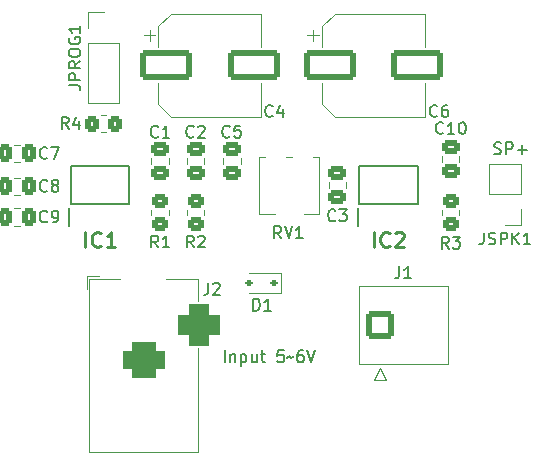
<source format=gbr>
%TF.GenerationSoftware,KiCad,Pcbnew,7.0.10*%
%TF.CreationDate,2024-03-02T17:10:40+01:00*%
%TF.ProjectId,explorer,6578706c-6f72-4657-922e-6b696361645f,rev?*%
%TF.SameCoordinates,Original*%
%TF.FileFunction,Legend,Top*%
%TF.FilePolarity,Positive*%
%FSLAX46Y46*%
G04 Gerber Fmt 4.6, Leading zero omitted, Abs format (unit mm)*
G04 Created by KiCad (PCBNEW 7.0.10) date 2024-03-02 17:10:40*
%MOMM*%
%LPD*%
G01*
G04 APERTURE LIST*
G04 Aperture macros list*
%AMRoundRect*
0 Rectangle with rounded corners*
0 $1 Rounding radius*
0 $2 $3 $4 $5 $6 $7 $8 $9 X,Y pos of 4 corners*
0 Add a 4 corners polygon primitive as box body*
4,1,4,$2,$3,$4,$5,$6,$7,$8,$9,$2,$3,0*
0 Add four circle primitives for the rounded corners*
1,1,$1+$1,$2,$3*
1,1,$1+$1,$4,$5*
1,1,$1+$1,$6,$7*
1,1,$1+$1,$8,$9*
0 Add four rect primitives between the rounded corners*
20,1,$1+$1,$2,$3,$4,$5,0*
20,1,$1+$1,$4,$5,$6,$7,0*
20,1,$1+$1,$6,$7,$8,$9,0*
20,1,$1+$1,$8,$9,$2,$3,0*%
G04 Aperture macros list end*
%ADD10C,0.150000*%
%ADD11C,0.254000*%
%ADD12C,0.120000*%
%ADD13C,0.200000*%
%ADD14C,3.200000*%
%ADD15RoundRect,0.250000X0.450000X-0.350000X0.450000X0.350000X-0.450000X0.350000X-0.450000X-0.350000X0*%
%ADD16RoundRect,0.250000X0.475000X-0.337500X0.475000X0.337500X-0.475000X0.337500X-0.475000X-0.337500X0*%
%ADD17R,3.500000X3.500000*%
%ADD18RoundRect,0.750000X1.000000X-0.750000X1.000000X0.750000X-1.000000X0.750000X-1.000000X-0.750000X0*%
%ADD19RoundRect,0.875000X0.875000X-0.875000X0.875000X0.875000X-0.875000X0.875000X-0.875000X-0.875000X0*%
%ADD20RoundRect,0.250000X-1.950000X-1.000000X1.950000X-1.000000X1.950000X1.000000X-1.950000X1.000000X0*%
%ADD21R,0.650000X1.525000*%
%ADD22R,1.300000X2.000000*%
%ADD23R,2.000000X2.000000*%
%ADD24RoundRect,0.250000X-0.350000X-0.450000X0.350000X-0.450000X0.350000X0.450000X-0.350000X0.450000X0*%
%ADD25R,1.700000X1.700000*%
%ADD26O,1.700000X1.700000*%
%ADD27RoundRect,0.250001X-0.949999X-0.949999X0.949999X-0.949999X0.949999X0.949999X-0.949999X0.949999X0*%
%ADD28C,2.400000*%
%ADD29RoundRect,0.250000X0.337500X0.475000X-0.337500X0.475000X-0.337500X-0.475000X0.337500X-0.475000X0*%
%ADD30RoundRect,0.250000X-0.450000X0.350000X-0.450000X-0.350000X0.450000X-0.350000X0.450000X0.350000X0*%
%ADD31RoundRect,0.112500X0.187500X0.112500X-0.187500X0.112500X-0.187500X-0.112500X0.187500X-0.112500X0*%
G04 APERTURE END LIST*
D10*
X69746779Y46433180D02*
X69746779Y47433180D01*
X70222969Y47099847D02*
X70222969Y46433180D01*
X70222969Y47004609D02*
X70270588Y47052228D01*
X70270588Y47052228D02*
X70365826Y47099847D01*
X70365826Y47099847D02*
X70508683Y47099847D01*
X70508683Y47099847D02*
X70603921Y47052228D01*
X70603921Y47052228D02*
X70651540Y46956990D01*
X70651540Y46956990D02*
X70651540Y46433180D01*
X71127731Y47099847D02*
X71127731Y46099847D01*
X71127731Y47052228D02*
X71222969Y47099847D01*
X71222969Y47099847D02*
X71413445Y47099847D01*
X71413445Y47099847D02*
X71508683Y47052228D01*
X71508683Y47052228D02*
X71556302Y47004609D01*
X71556302Y47004609D02*
X71603921Y46909371D01*
X71603921Y46909371D02*
X71603921Y46623657D01*
X71603921Y46623657D02*
X71556302Y46528419D01*
X71556302Y46528419D02*
X71508683Y46480800D01*
X71508683Y46480800D02*
X71413445Y46433180D01*
X71413445Y46433180D02*
X71222969Y46433180D01*
X71222969Y46433180D02*
X71127731Y46480800D01*
X72461064Y47099847D02*
X72461064Y46433180D01*
X72032493Y47099847D02*
X72032493Y46576038D01*
X72032493Y46576038D02*
X72080112Y46480800D01*
X72080112Y46480800D02*
X72175350Y46433180D01*
X72175350Y46433180D02*
X72318207Y46433180D01*
X72318207Y46433180D02*
X72413445Y46480800D01*
X72413445Y46480800D02*
X72461064Y46528419D01*
X72794398Y47099847D02*
X73175350Y47099847D01*
X72937255Y47433180D02*
X72937255Y46576038D01*
X72937255Y46576038D02*
X72984874Y46480800D01*
X72984874Y46480800D02*
X73080112Y46433180D01*
X73080112Y46433180D02*
X73175350Y46433180D01*
X74746779Y47433180D02*
X74270589Y47433180D01*
X74270589Y47433180D02*
X74222970Y46956990D01*
X74222970Y46956990D02*
X74270589Y47004609D01*
X74270589Y47004609D02*
X74365827Y47052228D01*
X74365827Y47052228D02*
X74603922Y47052228D01*
X74603922Y47052228D02*
X74699160Y47004609D01*
X74699160Y47004609D02*
X74746779Y46956990D01*
X74746779Y46956990D02*
X74794398Y46861752D01*
X74794398Y46861752D02*
X74794398Y46623657D01*
X74794398Y46623657D02*
X74746779Y46528419D01*
X74746779Y46528419D02*
X74699160Y46480800D01*
X74699160Y46480800D02*
X74603922Y46433180D01*
X74603922Y46433180D02*
X74365827Y46433180D01*
X74365827Y46433180D02*
X74270589Y46480800D01*
X74270589Y46480800D02*
X74222970Y46528419D01*
X75080113Y46814133D02*
X75127732Y46861752D01*
X75127732Y46861752D02*
X75222970Y46909371D01*
X75222970Y46909371D02*
X75413446Y46814133D01*
X75413446Y46814133D02*
X75508684Y46861752D01*
X75508684Y46861752D02*
X75556303Y46909371D01*
X76365827Y47433180D02*
X76175351Y47433180D01*
X76175351Y47433180D02*
X76080113Y47385561D01*
X76080113Y47385561D02*
X76032494Y47337942D01*
X76032494Y47337942D02*
X75937256Y47195085D01*
X75937256Y47195085D02*
X75889637Y47004609D01*
X75889637Y47004609D02*
X75889637Y46623657D01*
X75889637Y46623657D02*
X75937256Y46528419D01*
X75937256Y46528419D02*
X75984875Y46480800D01*
X75984875Y46480800D02*
X76080113Y46433180D01*
X76080113Y46433180D02*
X76270589Y46433180D01*
X76270589Y46433180D02*
X76365827Y46480800D01*
X76365827Y46480800D02*
X76413446Y46528419D01*
X76413446Y46528419D02*
X76461065Y46623657D01*
X76461065Y46623657D02*
X76461065Y46861752D01*
X76461065Y46861752D02*
X76413446Y46956990D01*
X76413446Y46956990D02*
X76365827Y47004609D01*
X76365827Y47004609D02*
X76270589Y47052228D01*
X76270589Y47052228D02*
X76080113Y47052228D01*
X76080113Y47052228D02*
X75984875Y47004609D01*
X75984875Y47004609D02*
X75937256Y46956990D01*
X75937256Y46956990D02*
X75889637Y46861752D01*
X76746780Y47433180D02*
X77080113Y46433180D01*
X77080113Y46433180D02*
X77413446Y47433180D01*
X92589160Y64077800D02*
X92732017Y64030180D01*
X92732017Y64030180D02*
X92970112Y64030180D01*
X92970112Y64030180D02*
X93065350Y64077800D01*
X93065350Y64077800D02*
X93112969Y64125419D01*
X93112969Y64125419D02*
X93160588Y64220657D01*
X93160588Y64220657D02*
X93160588Y64315895D01*
X93160588Y64315895D02*
X93112969Y64411133D01*
X93112969Y64411133D02*
X93065350Y64458752D01*
X93065350Y64458752D02*
X92970112Y64506371D01*
X92970112Y64506371D02*
X92779636Y64553990D01*
X92779636Y64553990D02*
X92684398Y64601609D01*
X92684398Y64601609D02*
X92636779Y64649228D01*
X92636779Y64649228D02*
X92589160Y64744466D01*
X92589160Y64744466D02*
X92589160Y64839704D01*
X92589160Y64839704D02*
X92636779Y64934942D01*
X92636779Y64934942D02*
X92684398Y64982561D01*
X92684398Y64982561D02*
X92779636Y65030180D01*
X92779636Y65030180D02*
X93017731Y65030180D01*
X93017731Y65030180D02*
X93160588Y64982561D01*
X93589160Y64030180D02*
X93589160Y65030180D01*
X93589160Y65030180D02*
X93970112Y65030180D01*
X93970112Y65030180D02*
X94065350Y64982561D01*
X94065350Y64982561D02*
X94112969Y64934942D01*
X94112969Y64934942D02*
X94160588Y64839704D01*
X94160588Y64839704D02*
X94160588Y64696847D01*
X94160588Y64696847D02*
X94112969Y64601609D01*
X94112969Y64601609D02*
X94065350Y64553990D01*
X94065350Y64553990D02*
X93970112Y64506371D01*
X93970112Y64506371D02*
X93589160Y64506371D01*
X94589160Y64411133D02*
X95351065Y64411133D01*
X94970112Y64030180D02*
X94970112Y64792085D01*
X67133333Y56145180D02*
X66800000Y56621371D01*
X66561905Y56145180D02*
X66561905Y57145180D01*
X66561905Y57145180D02*
X66942857Y57145180D01*
X66942857Y57145180D02*
X67038095Y57097561D01*
X67038095Y57097561D02*
X67085714Y57049942D01*
X67085714Y57049942D02*
X67133333Y56954704D01*
X67133333Y56954704D02*
X67133333Y56811847D01*
X67133333Y56811847D02*
X67085714Y56716609D01*
X67085714Y56716609D02*
X67038095Y56668990D01*
X67038095Y56668990D02*
X66942857Y56621371D01*
X66942857Y56621371D02*
X66561905Y56621371D01*
X67514286Y57049942D02*
X67561905Y57097561D01*
X67561905Y57097561D02*
X67657143Y57145180D01*
X67657143Y57145180D02*
X67895238Y57145180D01*
X67895238Y57145180D02*
X67990476Y57097561D01*
X67990476Y57097561D02*
X68038095Y57049942D01*
X68038095Y57049942D02*
X68085714Y56954704D01*
X68085714Y56954704D02*
X68085714Y56859466D01*
X68085714Y56859466D02*
X68038095Y56716609D01*
X68038095Y56716609D02*
X67466667Y56145180D01*
X67466667Y56145180D02*
X68085714Y56145180D01*
X67133333Y65540419D02*
X67085714Y65492800D01*
X67085714Y65492800D02*
X66942857Y65445180D01*
X66942857Y65445180D02*
X66847619Y65445180D01*
X66847619Y65445180D02*
X66704762Y65492800D01*
X66704762Y65492800D02*
X66609524Y65588038D01*
X66609524Y65588038D02*
X66561905Y65683276D01*
X66561905Y65683276D02*
X66514286Y65873752D01*
X66514286Y65873752D02*
X66514286Y66016609D01*
X66514286Y66016609D02*
X66561905Y66207085D01*
X66561905Y66207085D02*
X66609524Y66302323D01*
X66609524Y66302323D02*
X66704762Y66397561D01*
X66704762Y66397561D02*
X66847619Y66445180D01*
X66847619Y66445180D02*
X66942857Y66445180D01*
X66942857Y66445180D02*
X67085714Y66397561D01*
X67085714Y66397561D02*
X67133333Y66349942D01*
X67514286Y66349942D02*
X67561905Y66397561D01*
X67561905Y66397561D02*
X67657143Y66445180D01*
X67657143Y66445180D02*
X67895238Y66445180D01*
X67895238Y66445180D02*
X67990476Y66397561D01*
X67990476Y66397561D02*
X68038095Y66349942D01*
X68038095Y66349942D02*
X68085714Y66254704D01*
X68085714Y66254704D02*
X68085714Y66159466D01*
X68085714Y66159466D02*
X68038095Y66016609D01*
X68038095Y66016609D02*
X67466667Y65445180D01*
X67466667Y65445180D02*
X68085714Y65445180D01*
X88257142Y65840419D02*
X88209523Y65792800D01*
X88209523Y65792800D02*
X88066666Y65745180D01*
X88066666Y65745180D02*
X87971428Y65745180D01*
X87971428Y65745180D02*
X87828571Y65792800D01*
X87828571Y65792800D02*
X87733333Y65888038D01*
X87733333Y65888038D02*
X87685714Y65983276D01*
X87685714Y65983276D02*
X87638095Y66173752D01*
X87638095Y66173752D02*
X87638095Y66316609D01*
X87638095Y66316609D02*
X87685714Y66507085D01*
X87685714Y66507085D02*
X87733333Y66602323D01*
X87733333Y66602323D02*
X87828571Y66697561D01*
X87828571Y66697561D02*
X87971428Y66745180D01*
X87971428Y66745180D02*
X88066666Y66745180D01*
X88066666Y66745180D02*
X88209523Y66697561D01*
X88209523Y66697561D02*
X88257142Y66649942D01*
X89209523Y65745180D02*
X88638095Y65745180D01*
X88923809Y65745180D02*
X88923809Y66745180D01*
X88923809Y66745180D02*
X88828571Y66602323D01*
X88828571Y66602323D02*
X88733333Y66507085D01*
X88733333Y66507085D02*
X88638095Y66459466D01*
X89828571Y66745180D02*
X89923809Y66745180D01*
X89923809Y66745180D02*
X90019047Y66697561D01*
X90019047Y66697561D02*
X90066666Y66649942D01*
X90066666Y66649942D02*
X90114285Y66554704D01*
X90114285Y66554704D02*
X90161904Y66364228D01*
X90161904Y66364228D02*
X90161904Y66126133D01*
X90161904Y66126133D02*
X90114285Y65935657D01*
X90114285Y65935657D02*
X90066666Y65840419D01*
X90066666Y65840419D02*
X90019047Y65792800D01*
X90019047Y65792800D02*
X89923809Y65745180D01*
X89923809Y65745180D02*
X89828571Y65745180D01*
X89828571Y65745180D02*
X89733333Y65792800D01*
X89733333Y65792800D02*
X89685714Y65840419D01*
X89685714Y65840419D02*
X89638095Y65935657D01*
X89638095Y65935657D02*
X89590476Y66126133D01*
X89590476Y66126133D02*
X89590476Y66364228D01*
X89590476Y66364228D02*
X89638095Y66554704D01*
X89638095Y66554704D02*
X89685714Y66649942D01*
X89685714Y66649942D02*
X89733333Y66697561D01*
X89733333Y66697561D02*
X89828571Y66745180D01*
X68366666Y53145180D02*
X68366666Y52430895D01*
X68366666Y52430895D02*
X68319047Y52288038D01*
X68319047Y52288038D02*
X68223809Y52192800D01*
X68223809Y52192800D02*
X68080952Y52145180D01*
X68080952Y52145180D02*
X67985714Y52145180D01*
X68795238Y53049942D02*
X68842857Y53097561D01*
X68842857Y53097561D02*
X68938095Y53145180D01*
X68938095Y53145180D02*
X69176190Y53145180D01*
X69176190Y53145180D02*
X69271428Y53097561D01*
X69271428Y53097561D02*
X69319047Y53049942D01*
X69319047Y53049942D02*
X69366666Y52954704D01*
X69366666Y52954704D02*
X69366666Y52859466D01*
X69366666Y52859466D02*
X69319047Y52716609D01*
X69319047Y52716609D02*
X68747619Y52145180D01*
X68747619Y52145180D02*
X69366666Y52145180D01*
X87747333Y67279419D02*
X87699714Y67231800D01*
X87699714Y67231800D02*
X87556857Y67184180D01*
X87556857Y67184180D02*
X87461619Y67184180D01*
X87461619Y67184180D02*
X87318762Y67231800D01*
X87318762Y67231800D02*
X87223524Y67327038D01*
X87223524Y67327038D02*
X87175905Y67422276D01*
X87175905Y67422276D02*
X87128286Y67612752D01*
X87128286Y67612752D02*
X87128286Y67755609D01*
X87128286Y67755609D02*
X87175905Y67946085D01*
X87175905Y67946085D02*
X87223524Y68041323D01*
X87223524Y68041323D02*
X87318762Y68136561D01*
X87318762Y68136561D02*
X87461619Y68184180D01*
X87461619Y68184180D02*
X87556857Y68184180D01*
X87556857Y68184180D02*
X87699714Y68136561D01*
X87699714Y68136561D02*
X87747333Y68088942D01*
X88604476Y68184180D02*
X88414000Y68184180D01*
X88414000Y68184180D02*
X88318762Y68136561D01*
X88318762Y68136561D02*
X88271143Y68088942D01*
X88271143Y68088942D02*
X88175905Y67946085D01*
X88175905Y67946085D02*
X88128286Y67755609D01*
X88128286Y67755609D02*
X88128286Y67374657D01*
X88128286Y67374657D02*
X88175905Y67279419D01*
X88175905Y67279419D02*
X88223524Y67231800D01*
X88223524Y67231800D02*
X88318762Y67184180D01*
X88318762Y67184180D02*
X88509238Y67184180D01*
X88509238Y67184180D02*
X88604476Y67231800D01*
X88604476Y67231800D02*
X88652095Y67279419D01*
X88652095Y67279419D02*
X88699714Y67374657D01*
X88699714Y67374657D02*
X88699714Y67612752D01*
X88699714Y67612752D02*
X88652095Y67707990D01*
X88652095Y67707990D02*
X88604476Y67755609D01*
X88604476Y67755609D02*
X88509238Y67803228D01*
X88509238Y67803228D02*
X88318762Y67803228D01*
X88318762Y67803228D02*
X88223524Y67755609D01*
X88223524Y67755609D02*
X88175905Y67707990D01*
X88175905Y67707990D02*
X88128286Y67612752D01*
X64133333Y56145180D02*
X63800000Y56621371D01*
X63561905Y56145180D02*
X63561905Y57145180D01*
X63561905Y57145180D02*
X63942857Y57145180D01*
X63942857Y57145180D02*
X64038095Y57097561D01*
X64038095Y57097561D02*
X64085714Y57049942D01*
X64085714Y57049942D02*
X64133333Y56954704D01*
X64133333Y56954704D02*
X64133333Y56811847D01*
X64133333Y56811847D02*
X64085714Y56716609D01*
X64085714Y56716609D02*
X64038095Y56668990D01*
X64038095Y56668990D02*
X63942857Y56621371D01*
X63942857Y56621371D02*
X63561905Y56621371D01*
X65085714Y56145180D02*
X64514286Y56145180D01*
X64800000Y56145180D02*
X64800000Y57145180D01*
X64800000Y57145180D02*
X64704762Y57002323D01*
X64704762Y57002323D02*
X64609524Y56907085D01*
X64609524Y56907085D02*
X64514286Y56859466D01*
D11*
X82389237Y56175681D02*
X82389237Y57445681D01*
X83719714Y56296634D02*
X83659238Y56236158D01*
X83659238Y56236158D02*
X83477809Y56175681D01*
X83477809Y56175681D02*
X83356857Y56175681D01*
X83356857Y56175681D02*
X83175428Y56236158D01*
X83175428Y56236158D02*
X83054476Y56357110D01*
X83054476Y56357110D02*
X82993999Y56478062D01*
X82993999Y56478062D02*
X82933523Y56719967D01*
X82933523Y56719967D02*
X82933523Y56901396D01*
X82933523Y56901396D02*
X82993999Y57143300D01*
X82993999Y57143300D02*
X83054476Y57264253D01*
X83054476Y57264253D02*
X83175428Y57385205D01*
X83175428Y57385205D02*
X83356857Y57445681D01*
X83356857Y57445681D02*
X83477809Y57445681D01*
X83477809Y57445681D02*
X83659238Y57385205D01*
X83659238Y57385205D02*
X83719714Y57324729D01*
X84203523Y57324729D02*
X84263999Y57385205D01*
X84263999Y57385205D02*
X84384952Y57445681D01*
X84384952Y57445681D02*
X84687333Y57445681D01*
X84687333Y57445681D02*
X84808285Y57385205D01*
X84808285Y57385205D02*
X84868761Y57324729D01*
X84868761Y57324729D02*
X84929238Y57203777D01*
X84929238Y57203777D02*
X84929238Y57082824D01*
X84929238Y57082824D02*
X84868761Y56901396D01*
X84868761Y56901396D02*
X84143047Y56175681D01*
X84143047Y56175681D02*
X84929238Y56175681D01*
D10*
X73815333Y67279419D02*
X73767714Y67231800D01*
X73767714Y67231800D02*
X73624857Y67184180D01*
X73624857Y67184180D02*
X73529619Y67184180D01*
X73529619Y67184180D02*
X73386762Y67231800D01*
X73386762Y67231800D02*
X73291524Y67327038D01*
X73291524Y67327038D02*
X73243905Y67422276D01*
X73243905Y67422276D02*
X73196286Y67612752D01*
X73196286Y67612752D02*
X73196286Y67755609D01*
X73196286Y67755609D02*
X73243905Y67946085D01*
X73243905Y67946085D02*
X73291524Y68041323D01*
X73291524Y68041323D02*
X73386762Y68136561D01*
X73386762Y68136561D02*
X73529619Y68184180D01*
X73529619Y68184180D02*
X73624857Y68184180D01*
X73624857Y68184180D02*
X73767714Y68136561D01*
X73767714Y68136561D02*
X73815333Y68088942D01*
X74672476Y67850847D02*
X74672476Y67184180D01*
X74434381Y68231800D02*
X74196286Y67517514D01*
X74196286Y67517514D02*
X74815333Y67517514D01*
D11*
X57955237Y56175681D02*
X57955237Y57445681D01*
X59285714Y56296634D02*
X59225238Y56236158D01*
X59225238Y56236158D02*
X59043809Y56175681D01*
X59043809Y56175681D02*
X58922857Y56175681D01*
X58922857Y56175681D02*
X58741428Y56236158D01*
X58741428Y56236158D02*
X58620476Y56357110D01*
X58620476Y56357110D02*
X58559999Y56478062D01*
X58559999Y56478062D02*
X58499523Y56719967D01*
X58499523Y56719967D02*
X58499523Y56901396D01*
X58499523Y56901396D02*
X58559999Y57143300D01*
X58559999Y57143300D02*
X58620476Y57264253D01*
X58620476Y57264253D02*
X58741428Y57385205D01*
X58741428Y57385205D02*
X58922857Y57445681D01*
X58922857Y57445681D02*
X59043809Y57445681D01*
X59043809Y57445681D02*
X59225238Y57385205D01*
X59225238Y57385205D02*
X59285714Y57324729D01*
X60495238Y56175681D02*
X59769523Y56175681D01*
X60132380Y56175681D02*
X60132380Y57445681D01*
X60132380Y57445681D02*
X60011428Y57264253D01*
X60011428Y57264253D02*
X59890476Y57143300D01*
X59890476Y57143300D02*
X59769523Y57082824D01*
D10*
X74550761Y56920180D02*
X74217428Y57396371D01*
X73979333Y56920180D02*
X73979333Y57920180D01*
X73979333Y57920180D02*
X74360285Y57920180D01*
X74360285Y57920180D02*
X74455523Y57872561D01*
X74455523Y57872561D02*
X74503142Y57824942D01*
X74503142Y57824942D02*
X74550761Y57729704D01*
X74550761Y57729704D02*
X74550761Y57586847D01*
X74550761Y57586847D02*
X74503142Y57491609D01*
X74503142Y57491609D02*
X74455523Y57443990D01*
X74455523Y57443990D02*
X74360285Y57396371D01*
X74360285Y57396371D02*
X73979333Y57396371D01*
X74836476Y57920180D02*
X75169809Y56920180D01*
X75169809Y56920180D02*
X75503142Y57920180D01*
X76360285Y56920180D02*
X75788857Y56920180D01*
X76074571Y56920180D02*
X76074571Y57920180D01*
X76074571Y57920180D02*
X75979333Y57777323D01*
X75979333Y57777323D02*
X75884095Y57682085D01*
X75884095Y57682085D02*
X75788857Y57634466D01*
X56543333Y66168180D02*
X56210000Y66644371D01*
X55971905Y66168180D02*
X55971905Y67168180D01*
X55971905Y67168180D02*
X56352857Y67168180D01*
X56352857Y67168180D02*
X56448095Y67120561D01*
X56448095Y67120561D02*
X56495714Y67072942D01*
X56495714Y67072942D02*
X56543333Y66977704D01*
X56543333Y66977704D02*
X56543333Y66834847D01*
X56543333Y66834847D02*
X56495714Y66739609D01*
X56495714Y66739609D02*
X56448095Y66691990D01*
X56448095Y66691990D02*
X56352857Y66644371D01*
X56352857Y66644371D02*
X55971905Y66644371D01*
X57400476Y66834847D02*
X57400476Y66168180D01*
X57162381Y67215800D02*
X56924286Y66501514D01*
X56924286Y66501514D02*
X57543333Y66501514D01*
X91690476Y57395180D02*
X91690476Y56680895D01*
X91690476Y56680895D02*
X91642857Y56538038D01*
X91642857Y56538038D02*
X91547619Y56442800D01*
X91547619Y56442800D02*
X91404762Y56395180D01*
X91404762Y56395180D02*
X91309524Y56395180D01*
X92119048Y56442800D02*
X92261905Y56395180D01*
X92261905Y56395180D02*
X92500000Y56395180D01*
X92500000Y56395180D02*
X92595238Y56442800D01*
X92595238Y56442800D02*
X92642857Y56490419D01*
X92642857Y56490419D02*
X92690476Y56585657D01*
X92690476Y56585657D02*
X92690476Y56680895D01*
X92690476Y56680895D02*
X92642857Y56776133D01*
X92642857Y56776133D02*
X92595238Y56823752D01*
X92595238Y56823752D02*
X92500000Y56871371D01*
X92500000Y56871371D02*
X92309524Y56918990D01*
X92309524Y56918990D02*
X92214286Y56966609D01*
X92214286Y56966609D02*
X92166667Y57014228D01*
X92166667Y57014228D02*
X92119048Y57109466D01*
X92119048Y57109466D02*
X92119048Y57204704D01*
X92119048Y57204704D02*
X92166667Y57299942D01*
X92166667Y57299942D02*
X92214286Y57347561D01*
X92214286Y57347561D02*
X92309524Y57395180D01*
X92309524Y57395180D02*
X92547619Y57395180D01*
X92547619Y57395180D02*
X92690476Y57347561D01*
X93119048Y56395180D02*
X93119048Y57395180D01*
X93119048Y57395180D02*
X93500000Y57395180D01*
X93500000Y57395180D02*
X93595238Y57347561D01*
X93595238Y57347561D02*
X93642857Y57299942D01*
X93642857Y57299942D02*
X93690476Y57204704D01*
X93690476Y57204704D02*
X93690476Y57061847D01*
X93690476Y57061847D02*
X93642857Y56966609D01*
X93642857Y56966609D02*
X93595238Y56918990D01*
X93595238Y56918990D02*
X93500000Y56871371D01*
X93500000Y56871371D02*
X93119048Y56871371D01*
X94119048Y56395180D02*
X94119048Y57395180D01*
X94690476Y56395180D02*
X94261905Y56966609D01*
X94690476Y57395180D02*
X94119048Y56823752D01*
X95642857Y56395180D02*
X95071429Y56395180D01*
X95357143Y56395180D02*
X95357143Y57395180D01*
X95357143Y57395180D02*
X95261905Y57252323D01*
X95261905Y57252323D02*
X95166667Y57157085D01*
X95166667Y57157085D02*
X95071429Y57109466D01*
X84546666Y54545180D02*
X84546666Y53830895D01*
X84546666Y53830895D02*
X84499047Y53688038D01*
X84499047Y53688038D02*
X84403809Y53592800D01*
X84403809Y53592800D02*
X84260952Y53545180D01*
X84260952Y53545180D02*
X84165714Y53545180D01*
X85546666Y53545180D02*
X84975238Y53545180D01*
X85260952Y53545180D02*
X85260952Y54545180D01*
X85260952Y54545180D02*
X85165714Y54402323D01*
X85165714Y54402323D02*
X85070476Y54307085D01*
X85070476Y54307085D02*
X84975238Y54259466D01*
X54733333Y60952419D02*
X54685714Y60904800D01*
X54685714Y60904800D02*
X54542857Y60857180D01*
X54542857Y60857180D02*
X54447619Y60857180D01*
X54447619Y60857180D02*
X54304762Y60904800D01*
X54304762Y60904800D02*
X54209524Y61000038D01*
X54209524Y61000038D02*
X54161905Y61095276D01*
X54161905Y61095276D02*
X54114286Y61285752D01*
X54114286Y61285752D02*
X54114286Y61428609D01*
X54114286Y61428609D02*
X54161905Y61619085D01*
X54161905Y61619085D02*
X54209524Y61714323D01*
X54209524Y61714323D02*
X54304762Y61809561D01*
X54304762Y61809561D02*
X54447619Y61857180D01*
X54447619Y61857180D02*
X54542857Y61857180D01*
X54542857Y61857180D02*
X54685714Y61809561D01*
X54685714Y61809561D02*
X54733333Y61761942D01*
X55304762Y61428609D02*
X55209524Y61476228D01*
X55209524Y61476228D02*
X55161905Y61523847D01*
X55161905Y61523847D02*
X55114286Y61619085D01*
X55114286Y61619085D02*
X55114286Y61666704D01*
X55114286Y61666704D02*
X55161905Y61761942D01*
X55161905Y61761942D02*
X55209524Y61809561D01*
X55209524Y61809561D02*
X55304762Y61857180D01*
X55304762Y61857180D02*
X55495238Y61857180D01*
X55495238Y61857180D02*
X55590476Y61809561D01*
X55590476Y61809561D02*
X55638095Y61761942D01*
X55638095Y61761942D02*
X55685714Y61666704D01*
X55685714Y61666704D02*
X55685714Y61619085D01*
X55685714Y61619085D02*
X55638095Y61523847D01*
X55638095Y61523847D02*
X55590476Y61476228D01*
X55590476Y61476228D02*
X55495238Y61428609D01*
X55495238Y61428609D02*
X55304762Y61428609D01*
X55304762Y61428609D02*
X55209524Y61380990D01*
X55209524Y61380990D02*
X55161905Y61333371D01*
X55161905Y61333371D02*
X55114286Y61238133D01*
X55114286Y61238133D02*
X55114286Y61047657D01*
X55114286Y61047657D02*
X55161905Y60952419D01*
X55161905Y60952419D02*
X55209524Y60904800D01*
X55209524Y60904800D02*
X55304762Y60857180D01*
X55304762Y60857180D02*
X55495238Y60857180D01*
X55495238Y60857180D02*
X55590476Y60904800D01*
X55590476Y60904800D02*
X55638095Y60952419D01*
X55638095Y60952419D02*
X55685714Y61047657D01*
X55685714Y61047657D02*
X55685714Y61238133D01*
X55685714Y61238133D02*
X55638095Y61333371D01*
X55638095Y61333371D02*
X55590476Y61380990D01*
X55590476Y61380990D02*
X55495238Y61428609D01*
X70183333Y65540419D02*
X70135714Y65492800D01*
X70135714Y65492800D02*
X69992857Y65445180D01*
X69992857Y65445180D02*
X69897619Y65445180D01*
X69897619Y65445180D02*
X69754762Y65492800D01*
X69754762Y65492800D02*
X69659524Y65588038D01*
X69659524Y65588038D02*
X69611905Y65683276D01*
X69611905Y65683276D02*
X69564286Y65873752D01*
X69564286Y65873752D02*
X69564286Y66016609D01*
X69564286Y66016609D02*
X69611905Y66207085D01*
X69611905Y66207085D02*
X69659524Y66302323D01*
X69659524Y66302323D02*
X69754762Y66397561D01*
X69754762Y66397561D02*
X69897619Y66445180D01*
X69897619Y66445180D02*
X69992857Y66445180D01*
X69992857Y66445180D02*
X70135714Y66397561D01*
X70135714Y66397561D02*
X70183333Y66349942D01*
X71088095Y66445180D02*
X70611905Y66445180D01*
X70611905Y66445180D02*
X70564286Y65968990D01*
X70564286Y65968990D02*
X70611905Y66016609D01*
X70611905Y66016609D02*
X70707143Y66064228D01*
X70707143Y66064228D02*
X70945238Y66064228D01*
X70945238Y66064228D02*
X71040476Y66016609D01*
X71040476Y66016609D02*
X71088095Y65968990D01*
X71088095Y65968990D02*
X71135714Y65873752D01*
X71135714Y65873752D02*
X71135714Y65635657D01*
X71135714Y65635657D02*
X71088095Y65540419D01*
X71088095Y65540419D02*
X71040476Y65492800D01*
X71040476Y65492800D02*
X70945238Y65445180D01*
X70945238Y65445180D02*
X70707143Y65445180D01*
X70707143Y65445180D02*
X70611905Y65492800D01*
X70611905Y65492800D02*
X70564286Y65540419D01*
X79133333Y58452919D02*
X79085714Y58405300D01*
X79085714Y58405300D02*
X78942857Y58357680D01*
X78942857Y58357680D02*
X78847619Y58357680D01*
X78847619Y58357680D02*
X78704762Y58405300D01*
X78704762Y58405300D02*
X78609524Y58500538D01*
X78609524Y58500538D02*
X78561905Y58595776D01*
X78561905Y58595776D02*
X78514286Y58786252D01*
X78514286Y58786252D02*
X78514286Y58929109D01*
X78514286Y58929109D02*
X78561905Y59119585D01*
X78561905Y59119585D02*
X78609524Y59214823D01*
X78609524Y59214823D02*
X78704762Y59310061D01*
X78704762Y59310061D02*
X78847619Y59357680D01*
X78847619Y59357680D02*
X78942857Y59357680D01*
X78942857Y59357680D02*
X79085714Y59310061D01*
X79085714Y59310061D02*
X79133333Y59262442D01*
X79466667Y59357680D02*
X80085714Y59357680D01*
X80085714Y59357680D02*
X79752381Y58976728D01*
X79752381Y58976728D02*
X79895238Y58976728D01*
X79895238Y58976728D02*
X79990476Y58929109D01*
X79990476Y58929109D02*
X80038095Y58881490D01*
X80038095Y58881490D02*
X80085714Y58786252D01*
X80085714Y58786252D02*
X80085714Y58548157D01*
X80085714Y58548157D02*
X80038095Y58452919D01*
X80038095Y58452919D02*
X79990476Y58405300D01*
X79990476Y58405300D02*
X79895238Y58357680D01*
X79895238Y58357680D02*
X79609524Y58357680D01*
X79609524Y58357680D02*
X79514286Y58405300D01*
X79514286Y58405300D02*
X79466667Y58452919D01*
X64133333Y65540419D02*
X64085714Y65492800D01*
X64085714Y65492800D02*
X63942857Y65445180D01*
X63942857Y65445180D02*
X63847619Y65445180D01*
X63847619Y65445180D02*
X63704762Y65492800D01*
X63704762Y65492800D02*
X63609524Y65588038D01*
X63609524Y65588038D02*
X63561905Y65683276D01*
X63561905Y65683276D02*
X63514286Y65873752D01*
X63514286Y65873752D02*
X63514286Y66016609D01*
X63514286Y66016609D02*
X63561905Y66207085D01*
X63561905Y66207085D02*
X63609524Y66302323D01*
X63609524Y66302323D02*
X63704762Y66397561D01*
X63704762Y66397561D02*
X63847619Y66445180D01*
X63847619Y66445180D02*
X63942857Y66445180D01*
X63942857Y66445180D02*
X64085714Y66397561D01*
X64085714Y66397561D02*
X64133333Y66349942D01*
X65085714Y65445180D02*
X64514286Y65445180D01*
X64800000Y65445180D02*
X64800000Y66445180D01*
X64800000Y66445180D02*
X64704762Y66302323D01*
X64704762Y66302323D02*
X64609524Y66207085D01*
X64609524Y66207085D02*
X64514286Y66159466D01*
X56545819Y69853857D02*
X57260104Y69853857D01*
X57260104Y69853857D02*
X57402961Y69806238D01*
X57402961Y69806238D02*
X57498200Y69711000D01*
X57498200Y69711000D02*
X57545819Y69568143D01*
X57545819Y69568143D02*
X57545819Y69472905D01*
X57545819Y70330048D02*
X56545819Y70330048D01*
X56545819Y70330048D02*
X56545819Y70711000D01*
X56545819Y70711000D02*
X56593438Y70806238D01*
X56593438Y70806238D02*
X56641057Y70853857D01*
X56641057Y70853857D02*
X56736295Y70901476D01*
X56736295Y70901476D02*
X56879152Y70901476D01*
X56879152Y70901476D02*
X56974390Y70853857D01*
X56974390Y70853857D02*
X57022009Y70806238D01*
X57022009Y70806238D02*
X57069628Y70711000D01*
X57069628Y70711000D02*
X57069628Y70330048D01*
X57545819Y71901476D02*
X57069628Y71568143D01*
X57545819Y71330048D02*
X56545819Y71330048D01*
X56545819Y71330048D02*
X56545819Y71711000D01*
X56545819Y71711000D02*
X56593438Y71806238D01*
X56593438Y71806238D02*
X56641057Y71853857D01*
X56641057Y71853857D02*
X56736295Y71901476D01*
X56736295Y71901476D02*
X56879152Y71901476D01*
X56879152Y71901476D02*
X56974390Y71853857D01*
X56974390Y71853857D02*
X57022009Y71806238D01*
X57022009Y71806238D02*
X57069628Y71711000D01*
X57069628Y71711000D02*
X57069628Y71330048D01*
X56545819Y72520524D02*
X56545819Y72711000D01*
X56545819Y72711000D02*
X56593438Y72806238D01*
X56593438Y72806238D02*
X56688676Y72901476D01*
X56688676Y72901476D02*
X56879152Y72949095D01*
X56879152Y72949095D02*
X57212485Y72949095D01*
X57212485Y72949095D02*
X57402961Y72901476D01*
X57402961Y72901476D02*
X57498200Y72806238D01*
X57498200Y72806238D02*
X57545819Y72711000D01*
X57545819Y72711000D02*
X57545819Y72520524D01*
X57545819Y72520524D02*
X57498200Y72425286D01*
X57498200Y72425286D02*
X57402961Y72330048D01*
X57402961Y72330048D02*
X57212485Y72282429D01*
X57212485Y72282429D02*
X56879152Y72282429D01*
X56879152Y72282429D02*
X56688676Y72330048D01*
X56688676Y72330048D02*
X56593438Y72425286D01*
X56593438Y72425286D02*
X56545819Y72520524D01*
X56593438Y73901476D02*
X56545819Y73806238D01*
X56545819Y73806238D02*
X56545819Y73663381D01*
X56545819Y73663381D02*
X56593438Y73520524D01*
X56593438Y73520524D02*
X56688676Y73425286D01*
X56688676Y73425286D02*
X56783914Y73377667D01*
X56783914Y73377667D02*
X56974390Y73330048D01*
X56974390Y73330048D02*
X57117247Y73330048D01*
X57117247Y73330048D02*
X57307723Y73377667D01*
X57307723Y73377667D02*
X57402961Y73425286D01*
X57402961Y73425286D02*
X57498200Y73520524D01*
X57498200Y73520524D02*
X57545819Y73663381D01*
X57545819Y73663381D02*
X57545819Y73758619D01*
X57545819Y73758619D02*
X57498200Y73901476D01*
X57498200Y73901476D02*
X57450580Y73949095D01*
X57450580Y73949095D02*
X57117247Y73949095D01*
X57117247Y73949095D02*
X57117247Y73758619D01*
X57545819Y74901476D02*
X57545819Y74330048D01*
X57545819Y74615762D02*
X56545819Y74615762D01*
X56545819Y74615762D02*
X56688676Y74520524D01*
X56688676Y74520524D02*
X56783914Y74425286D01*
X56783914Y74425286D02*
X56831533Y74330048D01*
X88733333Y56045180D02*
X88400000Y56521371D01*
X88161905Y56045180D02*
X88161905Y57045180D01*
X88161905Y57045180D02*
X88542857Y57045180D01*
X88542857Y57045180D02*
X88638095Y56997561D01*
X88638095Y56997561D02*
X88685714Y56949942D01*
X88685714Y56949942D02*
X88733333Y56854704D01*
X88733333Y56854704D02*
X88733333Y56711847D01*
X88733333Y56711847D02*
X88685714Y56616609D01*
X88685714Y56616609D02*
X88638095Y56568990D01*
X88638095Y56568990D02*
X88542857Y56521371D01*
X88542857Y56521371D02*
X88161905Y56521371D01*
X89066667Y57045180D02*
X89685714Y57045180D01*
X89685714Y57045180D02*
X89352381Y56664228D01*
X89352381Y56664228D02*
X89495238Y56664228D01*
X89495238Y56664228D02*
X89590476Y56616609D01*
X89590476Y56616609D02*
X89638095Y56568990D01*
X89638095Y56568990D02*
X89685714Y56473752D01*
X89685714Y56473752D02*
X89685714Y56235657D01*
X89685714Y56235657D02*
X89638095Y56140419D01*
X89638095Y56140419D02*
X89590476Y56092800D01*
X89590476Y56092800D02*
X89495238Y56045180D01*
X89495238Y56045180D02*
X89209524Y56045180D01*
X89209524Y56045180D02*
X89114286Y56092800D01*
X89114286Y56092800D02*
X89066667Y56140419D01*
X54733333Y63740419D02*
X54685714Y63692800D01*
X54685714Y63692800D02*
X54542857Y63645180D01*
X54542857Y63645180D02*
X54447619Y63645180D01*
X54447619Y63645180D02*
X54304762Y63692800D01*
X54304762Y63692800D02*
X54209524Y63788038D01*
X54209524Y63788038D02*
X54161905Y63883276D01*
X54161905Y63883276D02*
X54114286Y64073752D01*
X54114286Y64073752D02*
X54114286Y64216609D01*
X54114286Y64216609D02*
X54161905Y64407085D01*
X54161905Y64407085D02*
X54209524Y64502323D01*
X54209524Y64502323D02*
X54304762Y64597561D01*
X54304762Y64597561D02*
X54447619Y64645180D01*
X54447619Y64645180D02*
X54542857Y64645180D01*
X54542857Y64645180D02*
X54685714Y64597561D01*
X54685714Y64597561D02*
X54733333Y64549942D01*
X55066667Y64645180D02*
X55733333Y64645180D01*
X55733333Y64645180D02*
X55304762Y63645180D01*
X72161905Y50795180D02*
X72161905Y51795180D01*
X72161905Y51795180D02*
X72400000Y51795180D01*
X72400000Y51795180D02*
X72542857Y51747561D01*
X72542857Y51747561D02*
X72638095Y51652323D01*
X72638095Y51652323D02*
X72685714Y51557085D01*
X72685714Y51557085D02*
X72733333Y51366609D01*
X72733333Y51366609D02*
X72733333Y51223752D01*
X72733333Y51223752D02*
X72685714Y51033276D01*
X72685714Y51033276D02*
X72638095Y50938038D01*
X72638095Y50938038D02*
X72542857Y50842800D01*
X72542857Y50842800D02*
X72400000Y50795180D01*
X72400000Y50795180D02*
X72161905Y50795180D01*
X73685714Y50795180D02*
X73114286Y50795180D01*
X73400000Y50795180D02*
X73400000Y51795180D01*
X73400000Y51795180D02*
X73304762Y51652323D01*
X73304762Y51652323D02*
X73209524Y51557085D01*
X73209524Y51557085D02*
X73114286Y51509466D01*
X54733333Y58352419D02*
X54685714Y58304800D01*
X54685714Y58304800D02*
X54542857Y58257180D01*
X54542857Y58257180D02*
X54447619Y58257180D01*
X54447619Y58257180D02*
X54304762Y58304800D01*
X54304762Y58304800D02*
X54209524Y58400038D01*
X54209524Y58400038D02*
X54161905Y58495276D01*
X54161905Y58495276D02*
X54114286Y58685752D01*
X54114286Y58685752D02*
X54114286Y58828609D01*
X54114286Y58828609D02*
X54161905Y59019085D01*
X54161905Y59019085D02*
X54209524Y59114323D01*
X54209524Y59114323D02*
X54304762Y59209561D01*
X54304762Y59209561D02*
X54447619Y59257180D01*
X54447619Y59257180D02*
X54542857Y59257180D01*
X54542857Y59257180D02*
X54685714Y59209561D01*
X54685714Y59209561D02*
X54733333Y59161942D01*
X55209524Y58257180D02*
X55400000Y58257180D01*
X55400000Y58257180D02*
X55495238Y58304800D01*
X55495238Y58304800D02*
X55542857Y58352419D01*
X55542857Y58352419D02*
X55638095Y58495276D01*
X55638095Y58495276D02*
X55685714Y58685752D01*
X55685714Y58685752D02*
X55685714Y59066704D01*
X55685714Y59066704D02*
X55638095Y59161942D01*
X55638095Y59161942D02*
X55590476Y59209561D01*
X55590476Y59209561D02*
X55495238Y59257180D01*
X55495238Y59257180D02*
X55304762Y59257180D01*
X55304762Y59257180D02*
X55209524Y59209561D01*
X55209524Y59209561D02*
X55161905Y59161942D01*
X55161905Y59161942D02*
X55114286Y59066704D01*
X55114286Y59066704D02*
X55114286Y58828609D01*
X55114286Y58828609D02*
X55161905Y58733371D01*
X55161905Y58733371D02*
X55209524Y58685752D01*
X55209524Y58685752D02*
X55304762Y58638133D01*
X55304762Y58638133D02*
X55495238Y58638133D01*
X55495238Y58638133D02*
X55590476Y58685752D01*
X55590476Y58685752D02*
X55638095Y58733371D01*
X55638095Y58733371D02*
X55685714Y58828609D01*
D12*
%TO.C,R2*%
X66565000Y58872936D02*
X66565000Y59327064D01*
X68035000Y58872936D02*
X68035000Y59327064D01*
%TO.C,C2*%
X66565000Y63201248D02*
X66565000Y63723752D01*
X68035000Y63201248D02*
X68035000Y63723752D01*
%TO.C,C10*%
X88165000Y63376248D02*
X88165000Y63898752D01*
X89635000Y63376248D02*
X89635000Y63898752D01*
%TO.C,J2*%
X58300000Y38800000D02*
X58300000Y53500000D01*
X67500000Y38800000D02*
X58300000Y38800000D01*
X67500000Y47600000D02*
X67500000Y38800000D01*
X58100000Y52650000D02*
X58100000Y53700000D01*
X58300000Y53500000D02*
X60900000Y53500000D01*
X64800000Y53500000D02*
X67500000Y53500000D01*
X67500000Y53500000D02*
X67500000Y51600000D01*
X59150000Y53700000D02*
X58100000Y53700000D01*
%TO.C,C6*%
X76764000Y74086000D02*
X77764000Y74086000D01*
X77264000Y74586000D02*
X77264000Y73586000D01*
X78004000Y74871563D02*
X78004000Y73086000D01*
X78004000Y74871563D02*
X79068437Y75936000D01*
X78004000Y68280437D02*
X78004000Y70066000D01*
X78004000Y68280437D02*
X79068437Y67216000D01*
X79068437Y75936000D02*
X86724000Y75936000D01*
X79068437Y67216000D02*
X86724000Y67216000D01*
X86724000Y75936000D02*
X86724000Y73086000D01*
X86724000Y67216000D02*
X86724000Y70066000D01*
%TO.C,R1*%
X63565000Y58872936D02*
X63565000Y59327064D01*
X65035000Y58872936D02*
X65035000Y59327064D01*
D13*
%TO.C,IC2*%
X81049000Y57937000D02*
X81049000Y59462000D01*
X81167000Y59812000D02*
X81167000Y63012000D01*
X86091000Y59812000D02*
X81167000Y59812000D01*
X81167000Y63012000D02*
X86091000Y63012000D01*
X86091000Y63012000D02*
X86091000Y59812000D01*
D12*
%TO.C,C4*%
X62904000Y74086000D02*
X63904000Y74086000D01*
X63404000Y74586000D02*
X63404000Y73586000D01*
X64144000Y74871563D02*
X64144000Y73086000D01*
X64144000Y74871563D02*
X65208437Y75936000D01*
X64144000Y68280437D02*
X64144000Y70066000D01*
X64144000Y68280437D02*
X65208437Y67216000D01*
X65208437Y75936000D02*
X72864000Y75936000D01*
X65208437Y67216000D02*
X72864000Y67216000D01*
X72864000Y75936000D02*
X72864000Y73086000D01*
X72864000Y67216000D02*
X72864000Y70066000D01*
D13*
%TO.C,IC1*%
X56615000Y57937000D02*
X56615000Y59462000D01*
X56733000Y59812000D02*
X56733000Y63012000D01*
X61657000Y59812000D02*
X56733000Y59812000D01*
X56733000Y63012000D02*
X61657000Y63012000D01*
X61657000Y63012000D02*
X61657000Y59812000D01*
D12*
%TO.C,RV1*%
X72709000Y58992000D02*
X73989000Y58992000D01*
X72709000Y58992000D02*
X72709000Y63832000D01*
X73089000Y58992000D02*
X73089000Y58992000D01*
X73089000Y58992000D02*
X73989000Y58992000D01*
X73089000Y58992000D02*
X73989000Y58992000D01*
X76469000Y58992000D02*
X77749000Y58992000D01*
X77749000Y58992000D02*
X77749000Y63832000D01*
X72709000Y63832000D02*
X73189000Y63832000D01*
X74969000Y63832000D02*
X75489000Y63832000D01*
X77269000Y63832000D02*
X77749000Y63832000D01*
%TO.C,R4*%
X59260936Y67358000D02*
X59715064Y67358000D01*
X59260936Y65888000D02*
X59715064Y65888000D01*
%TO.C,JSPK1*%
X94830000Y58046000D02*
X93500000Y58046000D01*
X94830000Y59376000D02*
X94830000Y58046000D01*
X94830000Y60646000D02*
X94830000Y63246000D01*
X94830000Y60646000D02*
X92170000Y60646000D01*
X94830000Y63246000D02*
X92170000Y63246000D01*
X92170000Y60646000D02*
X92170000Y63246000D01*
%TO.C,J1*%
X81120000Y52910000D02*
X81120000Y46290000D01*
X81120000Y46290000D02*
X84880000Y46290000D01*
X82400000Y44900000D02*
X82900000Y45900000D01*
X82900000Y45900000D02*
X83400000Y44900000D01*
X83400000Y44900000D02*
X82400000Y44900000D01*
X84880000Y52910000D02*
X81120000Y52910000D01*
X84880000Y52910000D02*
X88640000Y52910000D01*
X88640000Y52910000D02*
X88640000Y46290000D01*
X88640000Y46290000D02*
X84880000Y46290000D01*
%TO.C,C8*%
X52418752Y60577000D02*
X51896248Y60577000D01*
X52418752Y62047000D02*
X51896248Y62047000D01*
%TO.C,C5*%
X69640000Y63201248D02*
X69640000Y63723752D01*
X71110000Y63201248D02*
X71110000Y63723752D01*
%TO.C,C3*%
X78565000Y61151248D02*
X78565000Y61673752D01*
X80035000Y61151248D02*
X80035000Y61673752D01*
%TO.C,C1*%
X63565000Y63201248D02*
X63565000Y63723752D01*
X65035000Y63201248D02*
X65035000Y63723752D01*
%TO.C,JPROG1*%
X58174000Y76081000D02*
X59504000Y76081000D01*
X58174000Y74751000D02*
X58174000Y76081000D01*
X58174000Y73481000D02*
X58174000Y68341000D01*
X58174000Y73481000D02*
X60834000Y73481000D01*
X58174000Y68341000D02*
X60834000Y68341000D01*
X60834000Y73481000D02*
X60834000Y68341000D01*
%TO.C,R3*%
X89635000Y59327064D02*
X89635000Y58872936D01*
X88165000Y59327064D02*
X88165000Y58872936D01*
%TO.C,C7*%
X52418752Y63377000D02*
X51896248Y63377000D01*
X52418752Y64847000D02*
X51896248Y64847000D01*
%TO.C,D1*%
X74510000Y52250000D02*
X74510000Y53950000D01*
X74510000Y52250000D02*
X71850000Y52250000D01*
X74510000Y53950000D02*
X71850000Y53950000D01*
%TO.C,C9*%
X52456252Y57977000D02*
X51933748Y57977000D01*
X52456252Y59447000D02*
X51933748Y59447000D01*
%TD*%
%LPC*%
D14*
%TO.C,H3*%
X92900000Y48100000D03*
%TD*%
D15*
%TO.C,R2*%
X67300000Y58100000D03*
X67300000Y60100000D03*
%TD*%
D16*
%TO.C,C2*%
X67300000Y62425000D03*
X67300000Y64500000D03*
%TD*%
%TO.C,C10*%
X88900000Y62600000D03*
X88900000Y64675000D03*
%TD*%
D17*
%TO.C,J2*%
X62900000Y52600000D03*
D18*
X62900000Y46600000D03*
D19*
X67600000Y49600000D03*
%TD*%
D20*
%TO.C,C6*%
X78664000Y71576000D03*
X86064000Y71576000D03*
%TD*%
D15*
%TO.C,R1*%
X64300000Y58100000D03*
X64300000Y60100000D03*
%TD*%
D21*
%TO.C,IC2*%
X81724000Y58700000D03*
X82994000Y58700000D03*
X84264000Y58700000D03*
X85534000Y58700000D03*
X85534000Y64124000D03*
X84264000Y64124000D03*
X82994000Y64124000D03*
X81724000Y64124000D03*
%TD*%
D14*
%TO.C,H2*%
X92900000Y73100000D03*
%TD*%
D20*
%TO.C,C4*%
X64804000Y71576000D03*
X72204000Y71576000D03*
%TD*%
D21*
%TO.C,IC1*%
X57290000Y58700000D03*
X58560000Y58700000D03*
X59830000Y58700000D03*
X61100000Y58700000D03*
X61100000Y64124000D03*
X59830000Y64124000D03*
X58560000Y64124000D03*
X57290000Y64124000D03*
%TD*%
D22*
%TO.C,RV1*%
X74079000Y63412000D03*
D23*
X75229000Y59412000D03*
D22*
X76379000Y63412000D03*
%TD*%
D24*
%TO.C,R4*%
X58488000Y66623000D03*
X60488000Y66623000D03*
%TD*%
D25*
%TO.C,JSPK1*%
X93500000Y59376000D03*
D26*
X93500000Y61916000D03*
%TD*%
D27*
%TO.C,J1*%
X82900000Y49600000D03*
D28*
X86860000Y49600000D03*
%TD*%
D29*
%TO.C,C8*%
X53195000Y61312000D03*
X51120000Y61312000D03*
%TD*%
D14*
%TO.C,H4*%
X52900000Y48100000D03*
%TD*%
D16*
%TO.C,C5*%
X70375000Y62425000D03*
X70375000Y64500000D03*
%TD*%
%TO.C,C3*%
X79300000Y60375000D03*
X79300000Y62450000D03*
%TD*%
%TO.C,C1*%
X64300000Y62425000D03*
X64300000Y64500000D03*
%TD*%
D25*
%TO.C,JPROG1*%
X59504000Y74751000D03*
D26*
X59504000Y72211000D03*
X59504000Y69671000D03*
%TD*%
D30*
%TO.C,R3*%
X88900000Y60100000D03*
X88900000Y58100000D03*
%TD*%
D29*
%TO.C,C7*%
X53195000Y64112000D03*
X51120000Y64112000D03*
%TD*%
D31*
%TO.C,D1*%
X73950000Y53100000D03*
X71850000Y53100000D03*
%TD*%
D29*
%TO.C,C9*%
X53232500Y58712000D03*
X51157500Y58712000D03*
%TD*%
D14*
%TO.C,H1*%
X52900000Y73100000D03*
%TD*%
%LPD*%
M02*

</source>
